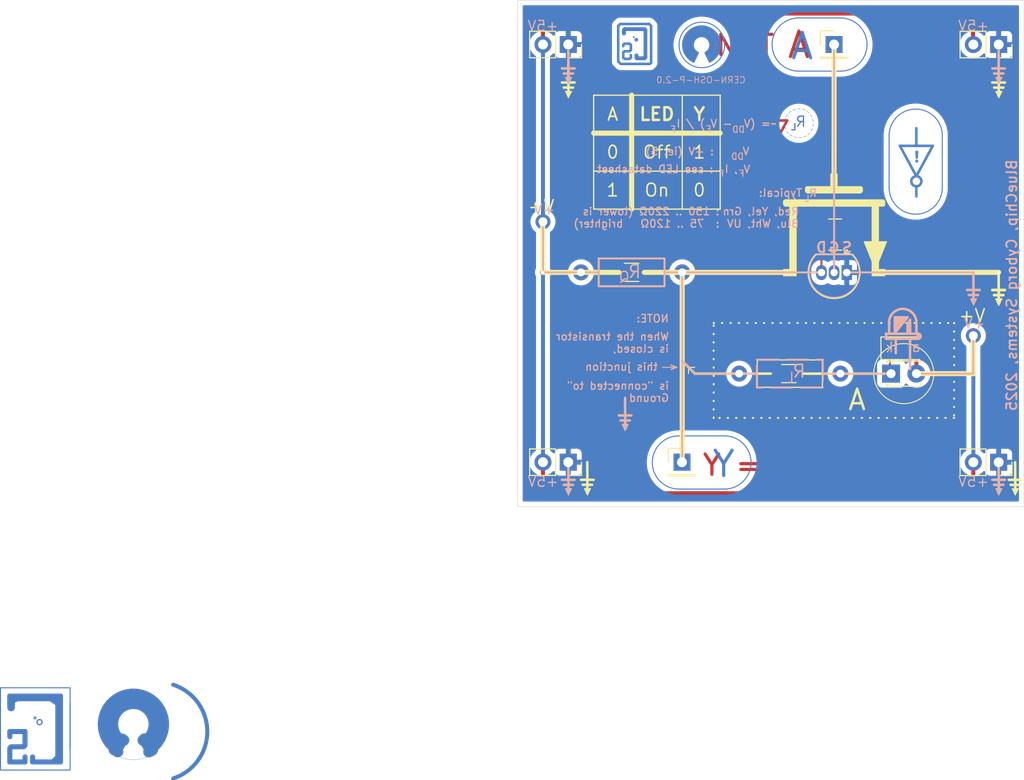
<source format=kicad_pcb>
(kicad_pcb (version 20241229) (generator "pcbnew") (generator_version "9.0")
  (layers (0 "F.Cu" signal) (2 "B.Cu" signal) (13 "F.Paste" user) (15 "B.Paste" user) (5 "F.SilkS" user "F.Silkscreen") (7 "B.SilkS" user "B.Silkscreen") (1 "F.Mask" user) (3 "B.Mask" user) (25 "Edge.Cuts" user))
  (net 0 "")
  (net 1 "Net-(A1-Pin_1)")
  (net 2 "GNDREF")
  (net 3 "VDD")
  (net 4 "Net-(D1-K)")
  (net 5 "Net-(Q13-D)")
  (footprint "Connector_PinHeader_2.54mm:PinHeader_1x01_P2.54mm_Vertical" (layer "F.Cu") (at 233.679705 106.68329)
    (property "Reference" "A1" (hide yes))
    (property "Value" "Conn_01x01_Pin" (hide yes))
    (pad "1" thru_hole rect (at 0 0) (size 1.7 1.7) (drill 1) (layers "*.Cu" "*.Mask") (net 1 "Net-(A1-Pin_1)"))
  )
  (footprint "Package_TO_SOT_THT:TO-92_Inline" (layer "F.Cu") (at 234.949705 129.561263 180)
    (property "Reference" "Q3" (hide yes))
    (property "Value" "2N7000" (hide yes))
    (pad "1" thru_hole rect (at 0 0 180) (size 1.05 1.5) (drill 0.75) (layers "*.Cu" "*.Mask") (net 2 "GNDREF"))
    (pad "2" thru_hole oval (at 1.27 0 180) (size 1.05 1.5) (drill 0.75) (layers "*.Cu" "*.Mask") (net 1 "Net-(A1-Pin_1)"))
    (pad "3" thru_hole oval (at 2.54 0 180) (size 1.05 1.5) (drill 0.75) (layers "*.Cu" "*.Mask") (net 5 "Net-(Q13-D)"))
  )
  (footprint "Connector_PinSocket_2.54mm:PinSocket_1x02_P2.54mm_Vertical" (layer "F.Cu") (at 207.009705 106.68 -90)
    (property "Reference" "J1" (hide yes))
    (property "Value" "Conn_01x02_Pin" (hide yes))
    (pad "1" thru_hole rect (at 0 0 270) (size 1.7 1.7) (drill 1) (layers "*.Cu" "*.Mask") (net 2 "GNDREF"))
    (pad "2" thru_hole circle (at 0 2.54 270) (size 1.7 1.7) (drill 1) (layers "*.Cu" "*.Mask") (net 3 "VDD"))
  )
  (footprint "Resistor_THT:R_Axial_DIN0207_L6.3mm_D2.5mm_P10.16mm_Horizontal" (layer "F.Cu") (at 208.279705 129.54)
    (property "Reference" "R5" (hide yes))
    (property "Value" "R" (hide yes))
    (pad "1" thru_hole circle (at 0 0) (size 1.6 1.6) (drill 0.8) (layers "*.Cu" "*.Mask") (net 3 "VDD"))
    (pad "2" thru_hole oval (at 10.16 0) (size 1.6 1.6) (drill 0.8) (layers "*.Cu" "*.Mask") (net 5 "Net-(Q13-D)"))
  )
  (footprint "Connector_PinSocket_2.54mm:PinSocket_1x02_P2.54mm_Vertical" (layer "F.Cu") (at 250.192428 148.59329 -90)
    (property "Reference" "J3" (hide yes))
    (property "Value" "Conn_01x02_Pin" (hide yes))
    (pad "1" thru_hole rect (at 0 0 270) (size 1.7 1.7) (drill 1) (layers "*.Cu" "*.Mask") (net 2 "GNDREF"))
    (pad "2" thru_hole circle (at 0 2.54 270) (size 1.7 1.7) (drill 1) (layers "*.Cu" "*.Mask") (net 3 "VDD"))
  )
  (footprint "Connector_PinSocket_2.54mm:PinSocket_1x02_P2.54mm_Vertical" (layer "F.Cu") (at 250.192428 106.68329 -90)
    (property "Reference" "J4" (hide yes))
    (property "Value" "Conn_01x02_Pin" (hide yes))
    (pad "1" thru_hole rect (at 0 0 270) (size 1.7 1.7) (drill 1) (layers "*.Cu" "*.Mask") (net 2 "GNDREF"))
    (pad "2" thru_hole circle (at 0 2.54 270) (size 1.7 1.7) (drill 1) (layers "*.Cu" "*.Mask") (net 3 "VDD"))
  )
  (footprint "LED_SMD:LED_1206_3216Metric" (layer "F.Cu") (at 240.667428 137.16)
    (property "Reference" "D11" (hide yes))
    (property "Value" "LED" (hide yes))
    (pad "1" smd roundrect (at -1.4 0) (size 1.25 1.75) (layers "F.Cu" "F.Mask" "F.Paste") (roundrect_rratio 0.2) (net 4 "Net-(D1-K)"))
    (pad "2" smd roundrect (at 1.4 0) (size 1.25 1.75) (layers "F.Cu" "F.Mask" "F.Paste") (roundrect_rratio 0.2) (net 3 "VDD"))
  )
  (footprint "Resistor_SMD:R_1206_3216Metric" (layer "F.Cu") (at 229.141178 139.7)
    (property "Reference" "R13" (hide yes))
    (property "Value" "R" (hide yes))
    (pad "1" smd roundrect (at -1.4625 0) (size 1.125 1.75) (layers "F.Cu" "F.Mask" "F.Paste") (roundrect_rratio 0.222222) (net 5 "Net-(Q13-D)"))
    (pad "2" smd roundrect (at 1.4625 0) (size 1.125 1.75) (layers "F.Cu" "F.Mask" "F.Paste") (roundrect_rratio 0.222222) (net 4 "Net-(D1-K)"))
  )
  (footprint "Connector_PinSocket_2.54mm:PinSocket_1x02_P2.54mm_Vertical" (layer "F.Cu") (at 207.009705 148.58671 -90)
    (property "Reference" "J2" (hide yes))
    (property "Value" "Conn_01x02_Pin" (hide yes))
    (pad "1" thru_hole rect (at 0 0 270) (size 1.7 1.7) (drill 1) (layers "*.Cu" "*.Mask") (net 2 "GNDREF"))
    (pad "2" thru_hole circle (at 0 2.54 270) (size 1.7 1.7) (drill 1) (layers "*.Cu" "*.Mask") (net 3 "VDD"))
  )
  (footprint "LED_THT:LED_D1.8mm_W3.3mm_H2.4mm" (layer "F.Cu") (at 239.397428 139.70329)
    (property "Reference" "D1" (hide yes))
    (property "Value" "LED" (hide yes))
    (pad "1" thru_hole rect (at 0 0) (size 1.8 1.8) (drill 0.9) (layers "*.Cu" "*.Mask") (net 4 "Net-(D1-K)"))
    (pad "2" thru_hole circle (at 2.54 0) (size 1.8 1.8) (drill 0.9) (layers "*.Cu" "*.Mask") (net 3 "VDD"))
  )
  (footprint "Connector_PinHeader_2.54mm:PinHeader_1x01_P2.54mm_Vertical" (layer "F.Cu") (at 218.416284 148.58671)
    (property "Reference" "Y1" (hide yes))
    (property "Value" "Conn_01x01_Pin" (hide yes))
    (pad "1" thru_hole rect (at 0 0) (size 1.7 1.7) (drill 1) (layers "*.Cu" "*.Mask") (net 5 "Net-(Q13-D)"))
  )
  (footprint "Resistor_THT:R_Axial_DIN0207_L6.3mm_D2.5mm_P10.16mm_Horizontal" (layer "F.Cu") (at 224.157428 139.7)
    (property "Reference" "R3" (hide yes))
    (property "Value" "R" (hide yes))
    (pad "1" thru_hole circle (at 0 0) (size 1.6 1.6) (drill 0.8) (layers "*.Cu" "*.Mask") (net 5 "Net-(Q13-D)"))
    (pad "2" thru_hole oval (at 10.16 0) (size 1.6 1.6) (drill 0.8) (layers "*.Cu" "*.Mask") (net 4 "Net-(D1-K)"))
  )
  (footprint "Resistor_SMD:R_1206_3216Metric" (layer "F.Cu") (at 213.359705 129.54)
    (property "Reference" "R15" (hide yes))
    (property "Value" "R" (hide yes))
    (pad "1" smd roundrect (at -1.4625 0) (size 1.125 1.75) (layers "F.Cu" "F.Mask" "F.Paste") (roundrect_rratio 0.222222) (net 3 "VDD"))
    (pad "2" smd roundrect (at 1.4625 0) (size 1.125 1.75) (layers "F.Cu" "F.Mask" "F.Paste") (roundrect_rratio 0.222222) (net 5 "Net-(Q13-D)"))
  )
  (footprint "Package_TO_SOT_SMD:SOT-23" (layer "F.Cu") (at 233.791201 125.751263 180)
    (property "Reference" "Q13" (hide yes))
    (property "Value" "2N7000" (hide yes))
    (pad "1" smd roundrect (at -0.9375 -0.95 180) (size 1.475 0.6) (layers "F.Cu" "F.Mask" "F.Paste") (net 2 "GNDREF"))
    (pad "2" smd roundrect (at -0.9375 0.95 180) (size 1.475 0.6) (layers "F.Cu" "F.Mask" "F.Paste") (net 1 "Net-(A1-Pin_1)"))
    (pad "3" smd roundrect (at 0.9375 0 180) (size 1.475 0.6) (layers "F.Cu" "F.Mask" "F.Paste") (net 5 "Net-(Q13-D)"))
  )
  (gr_line (start 227.324715 118.364) (end 227.329705 119.38) (stroke (width 0.254)) (layer "F.Cu"))
  (gr_line (start 225.673715 114.3) (end 227.324715 117.348) (stroke (width 0.254)) (layer "F.Cu"))
  (gr_line (start 227.324715 114.28961) (end 227.324715 112.532389) (stroke (width 0.254)) (layer "F.Cu"))
  (gr_circle (center 227.324715 117.856) (end 227.832715 117.856) (stroke (width 0.254)) (fill no) (layer "F.Cu"))
  (gr_line (start 227.324715 117.348) (end 228.975715 114.3) (stroke (width 0.254)) (layer "F.Cu"))
  (gr_line (start 156.057305 172.313602) (end 150.977305 172.313602) (stroke (width 0.508)) (layer "B.Cu"))
  (gr_circle (center 165.127148 177.560072) (end 165.177948 177.585472) (stroke (width 0.508)) (fill no) (layer "B.Cu"))
  (gr_arc (start 218.108487 151.28243) (mid 215.44148 148.61541) (end 218.108487 145.94843) (stroke (width 0.1)) (layer "B.Cu"))
  (gr_arc (start 234.317359 104.01628) (mid 236.984438 106.68329) (end 234.317359 109.35028) (stroke (width 0.1)) (layer "B.Cu"))
  (gr_arc (start 161.896727 178.007056) (mid 163.386724 171.420328) (end 164.822532 178.019076) (stroke (width 0.2)) (layer "B.Cu"))
  (gr_circle (center 164.804788 177.926182) (end 164.804788 177.926182) (stroke (width 0.254)) (fill no) (layer "B.Cu"))
  (gr_line (start 150.977305 175.615602) (end 150.977305 176.123602) (stroke (width 0.508)) (layer "B.Cu"))
  (gr_line (start 152.501305 175.615602) (end 152.501305 177.012602) (stroke (width 0.508)) (layer "B.Cu"))
  (gr_line (start 156.057305 172.059602) (end 156.057305 178.663602) (stroke (width 0.508)) (layer "B.Cu"))
  (gr_circle (center 230.141952 114.582462) (end 228.722925 114.870422) (stroke (width 0.0254) (type dash_dot)) (fill no) (layer "B.Cu"))
  (gr_arc (start 219.647948 108.119451) (mid 220.374958 105.144871) (end 221.123338 108.114159) (stroke (width 0.127)) (layer "B.Cu"))
  (gr_arc (start 219.571748 108.195651) (mid 220.440384 105.041296) (end 221.093542 108.247232) (stroke (width 0.127)) (layer "B.Cu"))
  (gr_circle (center 161.462074 177.443057) (end 161.512874 177.468457) (stroke (width 0.508)) (fill no) (layer "B.Cu"))
  (gr_line (start 240.281438 116.84329) (end 241.932438 119.89129) (stroke (width 0.254)) (layer "B.Cu"))
  (gr_circle (center 164.353549 176.497186) (end 164.404349 176.522586) (stroke (width 0.508)) (fill no) (layer "B.Cu"))
  (gr_circle (center 153.959711 174.666391) (end 154.213711 174.666391) (stroke (width 0.127)) (fill no) (layer "B.Cu"))
  (gr_circle (center 153.504695 174.247012) (end 153.606295 174.247012) (stroke (width 0.1016)) (fill no) (layer "B.Cu"))
  (gr_line (start 156.057305 172.059602) (end 150.977305 172.059602) (stroke (width 0.508)) (layer "B.Cu"))
  (gr_arc (start 219.694749 107.912889) (mid 220.405894 105.35096) (end 221.005601 107.941266) (stroke (width 0.127)) (layer "B.Cu"))
  (gr_arc (start 167.364518 170.916635) (mid 170.789309 175.615604) (end 167.364535 180.314581) (stroke (width 0.4)) (layer "B.Cu"))
  (gr_circle (center 164.490105 176.3522) (end 164.540905 176.3776) (stroke (width 0.508)) (fill no) (layer "B.Cu"))
  (gr_line (start 239.201938 115.82729) (end 239.201938 121.03429) (stroke (width 0.1)) (layer "B.Cu"))
  (gr_arc (start 219.597148 108.449651) (mid 220.377424 104.824248) (end 221.18489 108.443694) (stroke (width 0.127)) (layer "B.Cu"))
  (gr_line (start 220.019082 107.511864) (end 219.590261 108.41138) (stroke (width 0.2)) (layer "B.Cu"))
  (gr_arc (start 239.201938 115.82729) (mid 241.868938 113.16029) (end 244.535938 115.82729) (stroke (width 0.1)) (layer "B.Cu"))
  (gr_arc (start 219.825748 107.713051) (mid 220.348717 105.587733) (end 220.987341 107.68117) (stroke (width 0.127)) (layer "B.Cu"))
  (gr_arc (start 161.566984 176.665532) (mid 163.38526 172.339042) (end 165.159979 176.683587) (stroke (width 2.032)) (layer "B.Cu"))
  (gr_circle (center 161.671726 177.545445) (end 161.722526 177.570845) (stroke (width 0.508)) (fill no) (layer "B.Cu"))
  (gr_line (start 150.977305 178.663602) (end 150.977305 177.266602) (stroke (width 0.508)) (layer "B.Cu"))
  (gr_circle (center 220.409948 106.722451) (end 218.123948 106.722451) (stroke (width 0.1)) (fill no) (layer "B.Cu"))
  (gr_line (start 151.104305 172.694602) (end 151.104305 173.202602) (stroke (width 0.762)) (layer "B.Cu"))
  (gr_arc (start 219.901948 107.484451) (mid 220.369233 105.825006) (end 220.862345 107.476994) (stroke (width 0.127)) (layer "B.Cu"))
  (gr_circle (center 241.932438 120.39929) (end 242.440438 120.39929) (stroke (width 0.254)) (fill no) (layer "B.Cu"))
  (gr_line (start 230.126359 109.35028) (end 234.317359 109.35028) (stroke (width 0.1)) (layer "B.Cu"))
  (gr_line (start 234.317359 104.01628) (end 229.999359 104.01628) (stroke (width 0.1)) (layer "B.Cu"))
  (gr_line (start 164.236105 176.5554) (end 164.845705 177.7238) (stroke (width 0.508)) (layer "B.Cu"))
  (gr_arc (start 219.749548 107.789251) (mid 220.281929 105.487133) (end 221.170261 107.676616) (stroke (width 0.127)) (layer "B.Cu"))
  (gr_line (start 220.775219 107.507139) (end 221.197348 108.398851) (stroke (width 0.2)) (layer "B.Cu"))
  (gr_line (start 157.026652 172.745442) (end 157.026652 177.317442) (stroke (width 0.1)) (layer "B.Cu"))
  (gr_arc (start 219.749548 107.832537) (mid 220.320973 105.388095) (end 220.991718 107.807131) (stroke (width 0.127)) (layer "B.Cu"))
  (gr_line (start 222.680487 151.28243) (end 218.108487 151.28243) (stroke (width 0.1)) (layer "B.Cu"))
  (gr_arc (start 222.680487 145.94843) (mid 225.34748 148.61541) (end 222.680487 151.28243) (stroke (width 0.1)) (layer "B.Cu"))
  (gr_circle (center 213.5797 105.936222) (end 213.6559 105.936222) (stroke (width 0.0254)) (fill yes) (layer "B.Cu"))
  (gr_line (start 155.041305 172.313602) (end 155.803305 172.821602) (stroke (width 0.508)) (layer "B.Cu"))
  (gr_line (start 244.535938 121.03429) (end 244.535938 115.82729) (stroke (width 0.1)) (layer "B.Cu"))
  (gr_circle (center 164.921905 177.6476) (end 164.972705 177.673) (stroke (width 0.508)) (fill no) (layer "B.Cu"))
  (gr_line (start 152.374305 177.139602) (end 151.104305 177.139602) (stroke (width 0.508)) (layer "B.Cu"))
  (gr_circle (center 162.261677 176.380171) (end 162.312477 176.405571) (stroke (width 0.508)) (fill no) (layer "B.Cu"))
  (gr_line (start 155.295305 178.663602) (end 155.803305 178.155602) (stroke (width 0.508)) (layer "B.Cu"))
  (gr_arc (start 230.126359 109.35028) (mid 227.459438 106.68329) (end 230.126359 104.01628) (stroke (width 0.1)) (layer "B.Cu"))
  (gr_line (start 218.108487 145.94843) (end 222.680487 145.94843) (stroke (width 0.1)) (layer "B.Cu"))
  (gr_circle (center 162.398195 176.49231) (end 162.448995 176.51771) (stroke (width 0.508)) (fill no) (layer "B.Cu"))
  (gr_line (start 150.977305 172.059602) (end 150.977305 172.821602) (stroke (width 0.508)) (layer "B.Cu"))
  (gr_line (start 155.803305 178.155602) (end 155.803305 172.567602) (stroke (width 0.508)) (layer "B.Cu"))
  (gr_line (start 156.057305 178.663602) (end 153.263305 178.663602) (stroke (width 0.508)) (layer "B.Cu"))
  (gr_rect (start 150.041652 171.221442) (end 157.026652 179.476442) (stroke (width 0.1)) (fill no) (layer "B.Cu"))
  (gr_line (start 151.231305 172.313602) (end 151.231305 172.821602) (stroke (width 0.508)) (layer "B.Cu"))
  (gr_line (start 150.977305 175.615602) (end 152.501305 175.615602) (stroke (width 0.508)) (layer "B.Cu"))
  (gr_line (start 241.932438 119.89129) (end 243.583438 116.84329) (stroke (width 0.254)) (layer "B.Cu"))
  (gr_circle (center 165.286419 177.452808) (end 165.337219 177.478208) (stroke (width 0.508)) (fill no) (layer "B.Cu"))
  (gr_arc (start 219.901948 107.67653) (mid 220.393077 105.655538) (end 220.833858 107.688076) (stroke (width 0.127)) (layer "B.Cu"))
  (gr_line (start 152.501305 178.663602) (end 150.977305 178.663602) (stroke (width 0.508)) (layer "B.Cu"))
  (gr_line (start 152.501305 178.155602) (end 152.501305 178.663602) (stroke (width 0.508)) (layer "B.Cu"))
  (gr_line (start 153.263305 178.155602) (end 153.263305 178.663602) (stroke (width 0.508)) (layer "B.Cu"))
  (gr_arc (start 219.698748 108.043251) (mid 220.38219 105.234755) (end 221.069813 108.042227) (stroke (width 0.127)) (layer "B.Cu"))
  (gr_line (start 151.739305 172.313602) (end 151.231305 172.567602) (stroke (width 0.508)) (layer "B.Cu"))
  (gr_line (start 241.932438 116.8329) (end 241.932438 115.075679) (stroke (width 0.254)) (layer "B.Cu"))
  (gr_arc (start 219.901948 107.607873) (mid 220.355926 105.717469) (end 220.892548 107.58605) (stroke (width 0.127)) (layer "B.Cu"))
  (gr_circle (center 161.803368 177.638082) (end 161.854168 177.663482) (stroke (width 0.508)) (fill no) (layer "B.Cu"))
  (gr_arc (start 220.032642 107.484895) (mid 220.346564 105.883464) (end 220.803854 107.450011) (stroke (width 0.127)) (layer "B.Cu"))
  (gr_arc (start 244.535938 121.03429) (mid 241.868938 123.70129) (end 239.201938 121.03429) (stroke (width 0.1)) (layer "B.Cu"))
  (gr_arc (start 219.546348 108.297251) (mid 220.418256 104.942357) (end 221.133901 108.334015) (stroke (width 0.127)) (layer "B.Cu"))
  (gr_line (start 162.559705 176.53) (end 161.873905 177.7492) (stroke (width 0.508)) (layer "B.Cu"))
  (gr_circle (center 213.83195 106.197909) (end 213.83195 106.070909) (stroke (width 0.127)) (fill yes) (layer "B.Cu"))
  (gr_line (start 155.803305 172.059602) (end 155.803305 178.663602) (stroke (width 0.508)) (layer "B.Cu"))
  (gr_circle (center 161.927419 177.912173) (end 161.927419 177.912173) (stroke (width 0.254)) (fill no) (layer "B.Cu"))
  (gr_line (start 241.932438 120.90729) (end 241.937428 121.92329) (stroke (width 0.254)) (layer "B.Cu"))
  (gr_circle (center 163.385269 174.879032) (end 159.825551 174.888783) (stroke (width 0.0254)) (fill no) (layers "B.Cu" "B.Mask"))
  (gr_line (start 251.208723 150.35578) (end 252.478723 150.35578) (stroke (width 0.254)) (layer "F.SilkS"))
  (gr_line (start 249.912175 111.38229) (end 250.517886 111.38229) (stroke (width 0.1)) (layer "F.SilkS"))
  (gr_line (start 208.933955 151.65022) (end 208.915 148.58671) (stroke (width 0.254)) (layer "F.SilkS"))
  (gr_line (start 251.855379 151.87978) (end 251.56347 151.24478) (stroke (width 0.1)) (layer "F.SilkS"))
  (gr_line (start 206.554979 110.998) (end 207.486325 110.998) (stroke (width 0.254)) (layer "F.SilkS"))
  (gr_line (start 247.652428 139.70329) (end 247.637428 135.89329) (stroke (width 0.508)) (layer "F.SilkS"))
  (gr_line (start 219.074705 139.065) (end 219.709705 139.065) (stroke (width 0.1)) (layer "F.SilkS"))
  (gr_line (start 209.240458 151.2382) (end 208.926656 151.8732) (stroke (width 0.1)) (layer "F.SilkS"))
  (gr_poly (pts (xy 230.968861 121.576458) (xy 230.810111 121.417708) (xy 230.810111 121.06052) (xy 230.929173 120.941458) (xy 233.350111 120.941458) (xy 233.350111 119.671458) (xy 233.985111 119.671458) (xy 233.985111 120.941458) (xy 236.406049 120.941458) (xy 236.525111 121.06052) (xy 236.525111 121.417708) (xy 236.366361 121.576458)) (stroke (width 0.1)) (fill yes) (layer "F.SilkS"))
  (gr_line (start 251.56347 151.24478) (end 252.169181 151.24478) (stroke (width 0.1)) (layer "F.SilkS"))
  (gr_line (start 238.130448 129.54) (end 250.192428 129.54) (stroke (width 0.508)) (layer "F.SilkS"))
  (gr_line (start 249.557428 131.30249) (end 250.827428 131.30249) (stroke (width 0.254)) (layer "F.SilkS"))
  (gr_line (start 250.095631 132.400656) (end 250.319428 132.397412) (stroke (width 0.1)) (layer "F.SilkS"))
  (gr_line (start 250.029681 111.483343) (end 250.376729 111.483343) (stroke (width 0.2032)) (layer "F.SilkS"))
  (gr_line (start 251.746926 151.453946) (end 251.970723 151.450702) (stroke (width 0.1)) (layer "F.SilkS"))
  (gr_line (start 249.54795 131.323753) (end 250.81795 131.323753) (stroke (width 0.254)) (layer "F.SilkS"))
  (gr_line (start 206.846958 111.480053) (end 207.194006 111.480053) (stroke (width 0.2032)) (layer "F.SilkS"))
  (gr_line (start 251.862678 151.6568) (end 251.843723 148.59329) (stroke (width 0.254)) (layer "F.SilkS"))
  (gr_line (start 250.211383 111.79431) (end 250.192428 108.7308) (stroke (width 0.254)) (layer "F.SilkS"))
  (gr_poly (pts (xy 238.948608 126.463134) (xy 237.821305 129.249432) (xy 236.696151 126.463036)) (stroke (width 0.1)) (fill yes) (layer "F.SilkS"))
  (gr_line (start 219.709705 139.7) (end 218.439705 138.43) (stroke (width 0.254)) (layer "F.SilkS"))
  (gr_line (start 208.752253 151.339253) (end 209.099301 151.339253) (stroke (width 0.2032)) (layer "F.SilkS"))
  (gr_line (start 250.194606 132.847753) (end 249.902697 132.212753) (stroke (width 0.1)) (layer "F.SilkS"))
  (gr_line (start 242.377428 139.7) (end 247.652428 139.70329) (stroke (width 0.508)) (layer "F.SilkS"))
  (gr_line (start 250.086153 132.421919) (end 250.30995 132.418675) (stroke (width 0.1)) (layer "F.SilkS"))
  (gr_circle (center 240.667428 139.7) (end 243.651099 140.121237) (stroke (width 0.1)) (fill no) (layer "F.SilkS"))
  (gr_line (start 249.737702 111.00129) (end 250.669048 111.00129) (stroke (width 0.254)) (layer "F.SilkS"))
  (gr_line (start 208.634747 151.2382) (end 209.240458 151.2382) (stroke (width 0.1)) (layer "F.SilkS"))
  (gr_line (start 233.676981 120.036263) (end 233.682428 106.68329) (stroke (width 0.508)) (layer "F.SilkS"))
  (gr_line (start 208.926656 151.8732) (end 208.634747 151.2382) (stroke (width 0.1)) (layer "F.SilkS"))
  (gr_line (start 250.201905 132.624773) (end 250.18295 129.561263) (stroke (width 0.254)) (layer "F.SilkS"))
  (gr_line (start 212.089705 129.54329) (end 204.469705 129.54) (stroke (width 0.508)) (layer "F.SilkS"))
  (gr_poly (pts (xy 228.605448 129.884432) (xy 228.605448 129.249432) (xy 229.240448 129.249432) (xy 229.240448 122.899432) (xy 228.764198 122.899432) (xy 228.605448 122.740682) (xy 228.605448 122.383494) (xy 228.72451 122.264432) (xy 238.606698 122.264432) (xy 238.765448 122.423182) (xy 238.765448 122.78037) (xy 238.646386 122.899432) (xy 238.130448 122.899432) (xy 238.130448 129.249432) (xy 238.765448 129.249432) (xy 238.765448 129.884432) (xy 237.495448 129.884432) (xy 237.495448 122.899432) (xy 229.875448 122.899432) (xy 229.875448 129.884432)) (stroke (width 0.1)) (fill yes) (layer "F.SilkS"))
  (gr_line (start 250.517886 111.38229) (end 250.204084 112.01729) (stroke (width 0.1)) (layer "F.SilkS"))
  (gr_line (start 250.095631 111.591456) (end 250.319428 111.588212) (stroke (width 0.1)) (layer "F.SilkS"))
  (gr_line (start 214.632428 129.54) (end 229.240448 129.54329) (stroke (width 0.508)) (layer "F.SilkS"))
  (gr_line (start 206.912908 111.588166) (end 207.136705 111.584922) (stroke (width 0.1)) (layer "F.SilkS"))
  (gr_line (start 250.029681 132.292543) (end 250.376729 132.292543) (stroke (width 0.2032)) (layer "F.SilkS"))
  (gr_line (start 250.204084 112.01729) (end 249.912175 111.38229) (stroke (width 0.1)) (layer "F.SilkS"))
  (gr_line (start 219.074705 139.7) (end 219.074705 139.065) (stroke (width 0.1)) (layer "F.SilkS"))
  (gr_line (start 251.388997 150.86378) (end 252.320343 150.86378) (stroke (width 0.254)) (layer "F.SilkS"))
  (gr_line (start 250.020203 132.313806) (end 250.367251 132.313806) (stroke (width 0.2032)) (layer "F.SilkS"))
  (gr_line (start 213.367679 111.76329) (end 213.367679 123.19329) (stroke (width 0.508)) (layer "F.SilkS"))
  (gr_line (start 252.169181 151.24478) (end 251.855379 151.87978) (stroke (width 0.1)) (layer "F.SilkS"))
  (gr_line (start 207.021361 112.014) (end 206.729452 111.379) (stroke (width 0.1)) (layer "F.SilkS"))
  (gr_line (start 250.204084 132.82649) (end 249.912175 132.19149) (stroke (width 0.1)) (layer "F.SilkS"))
  (gr_line (start 208.460274 150.8572) (end 209.39162 150.8572) (stroke (width 0.254)) (layer "F.SilkS"))
  (gr_line (start 250.211383 132.60351) (end 250.192428 129.54) (stroke (width 0.254)) (layer "F.SilkS"))
  (gr_line (start 249.912175 132.19149) (end 250.517886 132.19149) (stroke (width 0.1)) (layer "F.SilkS"))
  (gr_line (start 238.762428 139.701645) (end 230.507428 139.704935) (stroke (width 0.254)) (layer "F.SilkS"))
  (gr_line (start 208.28 150.3492) (end 209.55 150.3492) (stroke (width 0.254)) (layer "F.SilkS"))
  (gr_rect (start 221.595073 134.62) (end 245.725073 144.145) (stroke (width 0.2) (type dot)) (fill no) (layer "F.SilkS"))
  (gr_line (start 249.737702 131.81049) (end 250.669048 131.81049) (stroke (width 0.254)) (layer "F.SilkS"))
  (gr_line (start 209.557679 115.57329) (end 222.249705 115.57329) (stroke (width 0.508)) (layer "F.SilkS"))
  (gr_line (start 227.332428 139.7) (end 219.712428 139.70329) (stroke (width 0.254)) (layer "F.SilkS"))
  (gr_line (start 250.517886 132.19149) (end 250.204084 132.82649) (stroke (width 0.1)) (layer "F.SilkS"))
  (gr_line (start 204.469705 129.54) (end 204.439705 124.46) (stroke (width 0.508)) (layer "F.SilkS"))
  (gr_line (start 206.374705 110.49) (end 207.644705 110.49) (stroke (width 0.254)) (layer "F.SilkS"))
  (gr_line (start 249.557428 110.49329) (end 250.827428 110.49329) (stroke (width 0.254)) (layer "F.SilkS"))
  (gr_line (start 218.439705 129.54) (end 218.440923 148.58671) (stroke (width 0.508)) (layer "F.SilkS"))
  (gr_line (start 249.902697 132.212753) (end 250.508408 132.212753) (stroke (width 0.1)) (layer "F.SilkS"))
  (gr_line (start 208.818203 151.447366) (end 209.042 151.444122) (stroke (width 0.1)) (layer "F.SilkS"))
  (gr_line (start 207.335163 111.379) (end 207.021361 112.014) (stroke (width 0.1)) (layer "F.SilkS"))
  (gr_line (start 249.728224 131.831753) (end 250.65957 131.831753) (stroke (width 0.254)) (layer "F.SilkS"))
  (gr_line (start 207.02866 111.79102) (end 207.009705 108.72751) (stroke (width 0.254)) (layer "F.SilkS"))
  (gr_line (start 251.680976 151.345833) (end 252.028024 151.345833) (stroke (width 0.2032)) (layer "F.SilkS"))
  (gr_line (start 206.729452 111.379) (end 207.335163 111.379) (stroke (width 0.1)) (layer "F.SilkS"))
  (gr_line (start 250.508408 132.212753) (end 250.194606 132.847753) (stroke (width 0.1)) (layer "F.SilkS"))
  (gr_line (start 206.915631 110.178946) (end 207.139428 110.175702) (stroke (width 0.1)) (layer "B.SilkS"))
  (gr_line (start 250.204084 110.60478) (end 249.912175 109.96978) (stroke (width 0.1)) (layer "B.SilkS"))
  (gr_line (start 212.250099 144.40229) (end 213.181445 144.40229) (stroke (width 0.254)) (layer "B.SilkS"))
  (gr_line (start 207.024084 110.60478) (end 206.732175 109.96978) (stroke (width 0.1)) (layer "B.SilkS"))
  (gr_line (start 250.20866 151.65351) (end 250.189705 148.59) (stroke (width 0.254)) (layer "B.SilkS"))
  (gr_line (start 206.377428 150.35578) (end 207.647428 150.35578) (stroke (width 0.254)) (layer "B.SilkS"))
  (gr_line (start 212.716481 145.41829) (end 212.424572 144.78329) (stroke (width 0.1)) (layer "B.SilkS"))
  (gr_line (start 206.377428 109.08078) (end 207.647428 109.08078) (stroke (width 0.254)) (layer "B.SilkS"))
  (gr_line (start 247.489681 132.295833) (end 247.836729 132.295833) (stroke (width 0.2032)) (layer "B.SilkS"))
  (gr_line (start 247.652428 129.54329) (end 234.952428 129.54329) (stroke (width 0.2)) (layer "B.SilkS"))
  (gr_line (start 212.069825 143.89429) (end 213.339825 143.89429) (stroke (width 0.254)) (layer "B.SilkS"))
  (gr_line (start 249.737702 109.58878) (end 250.669048 109.58878) (stroke (width 0.254)) (layer "B.SilkS"))
  (gr_line (start 250.029681 110.070833) (end 250.376729 110.070833) (stroke (width 0.2032)) (layer "B.SilkS"))
  (gr_line (start 207.337886 109.96978) (end 207.024084 110.60478) (stroke (width 0.1)) (layer "B.SilkS"))
  (gr_line (start 240.690949 134.17879) (end 239.778599 135.32179) (stroke (width 0.254)) (layer "B.SilkS"))
  (gr_line (start 249.909452 151.24149) (end 250.515163 151.24149) (stroke (width 0.1)) (layer "B.SilkS"))
  (gr_line (start 242.193716 135.855137) (end 242.193716 135.982137) (stroke (width 0.381)) (layer "B.SilkS"))
  (gr_line (start 247.017428 131.30578) (end 248.287428 131.30578) (stroke (width 0.254)) (layer "B.SilkS"))
  (gr_line (start 206.732175 151.24478) (end 207.337886 151.24478) (stroke (width 0.1)) (layer "B.SilkS"))
  (gr_line (start 250.515163 151.24149) (end 250.201361 151.87649) (stroke (width 0.1)) (layer "B.SilkS"))
  (gr_line (start 210.060428 129.54329) (end 204.472428 129.54329) (stroke (width 0.2)) (layer "B.SilkS"))
  (gr_line (start 231.904428 127.76529) (end 235.460427 127.76529) (stroke (width 0.1)) (layer "B.SilkS"))
  (gr_arc (start 235.460429 127.76529) (mid 233.682429 132.057762) (end 231.904429 127.76529) (stroke (width 0.1)) (layer "B.SilkS"))
  (gr_line (start 212.608028 144.992456) (end 212.831825 144.989212) (stroke (width 0.1)) (layer "B.SilkS"))
  (gr_rect (start 225.935428 138.303) (end 232.539428 141.097) (stroke (width 0.2) (type dash)) (fill no) (layer "B.SilkS"))
  (gr_line (start 247.664084 132.82978) (end 247.372175 132.19478) (stroke (width 0.1)) (layer "B.SilkS"))
  (gr_line (start 249.554705 150.35249) (end 250.824705 150.35249) (stroke (width 0.254)) (layer "B.SilkS"))
  (gr_line (start 241.93804 134.612303) (end 241.942065 135.617962) (stroke (width 0.254)) (layer "B.SilkS"))
  (gr_line (start 240.032599 134.17879) (end 239.778599 134.43279) (stroke (width 0.254)) (layer "B.SilkS"))
  (gr_line (start 247.671383 132.6068) (end 247.652428 129.54329) (stroke (width 0.254)) (layer "B.SilkS"))
  (gr_line (start 232.412428 129.54329) (end 216.664428 129.54329) (stroke (width 0.2)) (layer "B.SilkS"))
  (gr_line (start 240.375506 134.05179) (end 239.778599 134.825675) (stroke (width 0.254)) (layer "B.SilkS"))
  (gr_line (start 206.849681 151.345833) (end 207.196729 151.345833) (stroke (width 0.2032)) (layer "B.SilkS"))
  (gr_line (start 217.904868 139.064899) (end 216.439988 139.06829) (stroke (width 0.1)) (layer "B.SilkS"))
  (gr_line (start 247.652428 139.70329) (end 247.652428 136.020857) (stroke (width 0.2)) (layer "B.SilkS"))
  (gr_line (start 240.540599 134.17879) (end 239.778599 135.06779) (stroke (width 0.254)) (layer "B.SilkS"))
  (gr_line (start 250.092908 151.450656) (end 250.316705 151.447412) (stroke (width 0.1)) (layer "B.SilkS"))
  (gr_line (start 241.061786 134.632573) (end 241.048599 135.57579) (stroke (width 0.254)) (layer "B.SilkS"))
  (gr_line (start 225.935428 139.70329) (end 219.712995 139.70329) (stroke (width 0.2)) (layer "B.SilkS"))
  (gr_line (start 206.557702 150.86378) (end 207.489048 150.86378) (stroke (width 0.254)) (layer "B.SilkS"))
  (gr_line (start 212.424572 144.78329) (end 213.030283 144.78329) (stroke (width 0.1)) (layer "B.SilkS"))
  (gr_line (start 241.30277 136.379962) (end 241.302428 139.239709) (stroke (width 0.254)) (layer "B.SilkS"))
  (gr_line (start 206.557702 109.58878) (end 207.489048 109.58878) (stroke (width 0.254)) (layer "B.SilkS"))
  (gr_line (start 247.977886 132.19478) (end 247.664084 132.82978) (stroke (width 0.1)) (layer "B.SilkS"))
  (gr_line (start 249.912175 109.96978) (end 250.517886 109.96978) (stroke (width 0.1)) (layer "B.SilkS"))
  (gr_arc (start 242.098636 135.691943) (mid 242.359768 135.950968) (end 242.10002 136.211477) (stroke (width 0.254)) (layer "B.SilkS"))
  (gr_line (start 206.915631 151.453946) (end 207.139428 151.450702) (stroke (width 0.1)) (layer "B.SilkS"))
  (gr_arc (start 235.460428 127.76529) (mid 233.682428 132.057762) (end 231.904428 127.76529) (stroke (width 0.1)) (layer "B.SilkS"))
  (gr_line (start 204.472428 129.54329) (end 204.472428 124.46329) (stroke (width 0.2)) (layer "B.SilkS"))
  (gr_line (start 239.774133 134.05179) (end 239.783065 135.59956) (stroke (width 0.254)) (layer "B.SilkS"))
  (gr_line (start 212.72378 145.19531) (end 212.704825 142.1318) (stroke (width 0.254)) (layer "B.SilkS"))
  (gr_rect (start 210.060428 128.14629) (end 216.664428 130.94029) (stroke (width 0.2)) (fill no) (layer "B.SilkS"))
  (gr_line (start 247.372175 132.19478) (end 247.977886 132.19478) (stroke (width 0.1)) (layer "B.SilkS"))
  (gr_line (start 249.734979 150.86049) (end 250.666325 150.86049) (stroke (width 0.254)) (layer "B.SilkS"))
  (gr_line (start 219.709705 139.7) (end 218.439705 138.43) (stroke (width 0.2) (type dash)) (layer "B.SilkS"))
  (gr_line (start 250.026958 151.342543) (end 250.374006 151.342543) (stroke (width 0.2032)) (layer "B.SilkS"))
  (gr_line (start 207.031383 151.6568) (end 207.012428 148.59329) (stroke (width 0.254)) (layer "B.SilkS"))
  (gr_line (start 247.555631 132.403946) (end 247.779428 132.400702) (stroke (width 0.1)) (layer "B.SilkS"))
  (gr_line (start 233.682428 106.68329) (end 233.682428 129.54329) (stroke (width 0.2)) (layer "B.SilkS"))
  (gr_line (start 207.024084 151.87978) (end 206.732175 151.24478) (stroke (width 0.1)) (layer "B.SilkS"))
  (gr_line (start 239.870963 136.248114) (end 239.870621 137.649962) (stroke (width 0.254)) (layer "B.SilkS"))
  (gr_line (start 241.048599 134.05179) (end 239.905599 135.44879) (stroke (width 0.254)) (layer "B.SilkS"))
  (gr_arc (start 239.197518 134.57371) (mid 240.585696 133.204966) (end 241.934742 134.612303) (stroke (width 0.254)) (layer "B.SilkS"))
  (gr_line (start 241.187809 134.45054) (end 241.175599 135.70279) (stroke (width 0.254)) (layer "B.SilkS"))
  (gr_line (start 213.030283 144.78329) (end 212.716481 145.41829) (stroke (width 0.1)) (layer "B.SilkS"))
  (gr_line (start 250.095631 110.178946) (end 250.319428 110.175702) (stroke (width 0.1)) (layer "B.SilkS"))
  (gr_line (start 249.557428 109.08078) (end 250.827428 109.08078) (stroke (width 0.254)) (layer "B.SilkS"))
  (gr_line (start 250.201361 151.87649) (end 249.909452 151.24149) (stroke (width 0.1)) (layer "B.SilkS"))
  (gr_line (start 231.904429 127.76529) (end 235.460428 127.76529) (stroke (width 0.1)) (layer "B.SilkS"))
  (gr_line (start 206.732175 109.96978) (end 207.337886 109.96978) (stroke (width 0.1)) (layer "B.SilkS"))
  (gr_line (start 239.197518 134.577361) (end 239.20645 135.617962) (stroke (width 0.254)) (layer "B.SilkS"))
  (gr_line (start 250.517886 109.96978) (end 250.204084 110.60478) (stroke (width 0.1)) (layer "B.SilkS"))
  (gr_line (start 247.652428 139.70329) (end 242.064995 139.70329) (stroke (width 0.2)) (layer "B.SilkS"))
  (gr_line (start 239.774133 134.05179) (end 241.048599 134.05179) (stroke (width 0.254)) (layer "B.SilkS"))
  (gr_rect (start 238.889599 135.70279) (end 242.064599 136.21079) (stroke (width 0.254)) (fill no) (layer "B.SilkS"))
  (gr_line (start 241.302599 134.30579) (end 241.311531 135.57579) (stroke (width 0.254)) (layer "B.SilkS"))
  (gr_line (start 239.397428 139.70329) (end 232.539995 139.70329) (stroke (width 0.2)) (layer "B.SilkS"))
  (gr_line (start 250.211383 110.3818) (end 250.192428 107.31829) (stroke (width 0.254)) (layer "B.SilkS"))
  (gr_line (start 212.542078 144.884343) (end 212.889126 144.884343) (stroke (width 0.2032)) (layer "B.SilkS"))
  (gr_line (start 218.442428 148.59329) (end 218.442428 129.54329) (stroke (width 0.2)) (layer "B.SilkS"))
  (gr_line (start 206.849681 110.070833) (end 207.196729 110.070833) (stroke (width 0.2032)) (layer "B.SilkS"))
  (gr_line (start 207.337886 151.24478) (end 207.024084 151.87978) (stroke (width 0.1)) (layer "B.SilkS"))
  (gr_line (start 247.197702 131.81378) (end 248.129048 131.81378) (stroke (width 0.254)) (layer "B.SilkS"))
  (gr_line (start 207.031383 110.3818) (end 207.012428 107.31829) (stroke (width 0.254)) (layer "B.SilkS"))
  (gr_rect (start 201.932428 102.23829) (end 252.732428 153.03829) (stroke (width 0.05)) (fill no) (layer "Edge.Cuts"))
  (gr_text "A" (at 228.853705 108.20729 0) (layer "F.Cu") (effects (font (size 2.54 2.54) (thickness 0.3175)) (justify left bottom)))
  (gr_text "Y = ~{A}" (at 220.340739 150.065823 0) (layer "F.Cu") (effects (font (size 2.032 2.032) (thickness 0.3175)) (justify left bottom)))
  (gr_text "!" (at 226.939698 116.068609 0) (layer "F.Cu") (effects (font (size 1.016 1.016) (thickness 0.2032) (bold yes)) (justify left bottom)))
  (gr_text "NOT" (at 221.622679 107.95 0) (layer "F.Cu") (effects (font (size 2.032 2.032) (thickness 0.3175)) (justify left bottom)))
  (gr_text "A" (at 231.777359 108.33428 0) (layer "B.Cu") (effects (font (size 2.54 2.54) (thickness 0.3175)) (justify left bottom mirror)))
  (gr_text "R" (at 230.934391 115.012735 0) (layer "B.Cu") (effects (font (size 1.016 1.016) (thickness 0.127)) (justify left bottom mirror)))
  (gr_text "Y" (at 223.900705 150.25413 0) (layer "B.Cu") (effects (font (size 2.54 2.54) (thickness 0.3175)) (justify left bottom mirror)))
  (gr_text "!" (at 241.600852 118.565568 0) (layer "B.Cu") (effects (font (size 1.016 1.016) (thickness 0.2032) (bold yes)) (justify left bottom)))
  (gr_text "L" (at 229.978389 115.323739 0) (layer "B.Cu") (effects (font (size 0.635 0.635) (thickness 0.127)) (justify left bottom mirror)))
  (gr_text "+V" (at 246.098284 134.62329 0) (layer "F.SilkS") (effects (font (size 1.27 1.27) (thickness 0.15875)) (justify left bottom)))
  (gr_text "A" (at 234.952428 143.51329 0) (layer "F.SilkS") (effects (font (size 2.032 2.032) (thickness 0.254)) (justify left bottom)))
  (gr_text "+V" (at 202.857431 123.679419 0) (layer "F.SilkS") (effects (font (size 1.27 1.27) (thickness 0.15875)) (justify left bottom)))
  (gr_text "R" (at 214.407322 130.217419 0) (layer "B.SilkS") (effects (font (size 1.27 1.27) (thickness 0.15875)) (justify left bottom mirror)))
  (gr_text "~= (V  - V ) / I" (at 227.940184 115.067476 0) (layer "B.SilkS") (effects (font (size 0.762 0.762) (thickness 0.127)) (justify left bottom mirror)))
  (gr_text "+V" (at 248.922428 135.25829 0) (layer "B.SilkS") (effects (font (size 1.016 1.016) (thickness 0.127)) (justify left bottom mirror)))
  (gr_text "DD" (at 224.792428 115.57329 0) (layer "B.SilkS") (effects (font (size 0.635 0.635) (thickness 0.1016)) (justify left bottom mirror)))
  (gr_text "D" (at 233.047428 127.63829 0) (layer "B.SilkS") (effects (font (size 1.016 1.016) (thickness 0.2032) (bold yes)) (justify left bottom mirror)))
  (gr_text "BlueChip, Cyborg Systems, 2025" (at 252.097428 118.11329 90) (layer "B.SilkS") (effects (font (size 1.016 1.016) (thickness 0.1778) (bold yes)) (justify left bottom mirror)))
  (gr_text "CERN-OSH-P-2.0" (at 220.325459 110.60868 0) (layer "B.SilkS") (effects (font (size 0.635 0.635) (thickness 0.079375)) (justify bottom mirror)))
  (gr_text "S" (at 235.587428 127.63829 0) (layer "B.SilkS") (effects (font (size 1.016 1.016) (thickness 0.2032) (bold yes)) (justify left bottom mirror)))
  (gr_text "V     : +V (ie. 5)" (at 225.250011 117.857638 0) (layer "B.SilkS") (effects (font (size 0.762 0.762) (thickness 0.127)) (justify left bottom mirror)))
  (gr_text "NOTE:\n" (at 217.172428 134.62329 0) (layer "B.SilkS") (effects (font (size 0.762 0.762) (thickness 0.127)) (justify left bottom mirror)))
  (gr_text "DD" (at 224.68297 118.288562 0) (layer "B.SilkS") (effects (font (size 0.635 0.635) (thickness 0.1016)) (justify left bottom mirror)))
  (gr_text "+5V" (at 247.672058 105.39449 0) (layer "B.SilkS") (effects (font (size 1.016 1.016) (thickness 0.127)) (justify bottom mirror)))
  (gr_text "V , I  : see LED datasheet" (at 225.341741 119.634698 0) (layer "B.SilkS") (effects (font (size 0.762 0.762) (thickness 0.127)) (justify left bottom mirror)))
  (gr_text "G" (at 234.317428 127.63829 0) (layer "B.SilkS") (effects (font (size 1.016 1.016) (thickness 0.2032) (bold yes)) (justify left bottom mirror)))
  (gr_text "F" (at 217.873241 115.562342 0) (layer "B.SilkS") (effects (font (size 0.635 0.635) (thickness 0.1016)) (justify left bottom mirror)))
  (gr_text "Red, Yel, Grn\nBlu, Wht, UV" (at 230.213568 125.09829 0) (layer "B.SilkS") (effects (font (size 0.762 0.762) (thickness 0.127)) (justify left bottom mirror)))
  (gr_text "F" (at 224.748658 120.007342 0) (layer "B.SilkS") (effects (font (size 0.635 0.635) (thickness 0.1016)) (justify left bottom mirror)))
  (gr_text "F" (at 222.712315 119.996394 0) (layer "B.SilkS") (effects (font (size 0.635 0.635) (thickness 0.1016)) (justify left bottom mirror)))
  (gr_text ": 150 .. 220Ω (lower is\n:  75 .. 120Ω   brighter)" (at 222.252428 125.09829 0) (layer "B.SilkS") (effects (font (size 0.762 0.762) (thickness 0.127)) (justify left bottom mirror)))
  (gr_text "F" (at 221.442315 115.551394 0) (layer "B.SilkS") (effects (font (size 0.635 0.635) (thickness 0.1016)) (justify left bottom mirror)))
  (gr_text "R" (at 230.906281 140.205175 0) (layer "B.SilkS") (effects (font (size 1.27 1.27) (thickness 0.15875)) (justify left bottom mirror)))
  (gr_text "L" (at 231.284753 122.503538 0) (layer "B.SilkS") (effects (font (size 0.635 0.635) (thickness 0.1016)) (justify left bottom mirror)))
  (gr_text "+5V" (at 204.48988 151.13 0) (layer "B.SilkS") (effects (font (size 1.016 1.016) (thickness 0.127)) (justify bottom mirror)))
  (gr_text "Q" (at 213.235428 130.55929 0) (layer "B.SilkS") (effects (font (size 1 1) (thickness 0.127) (bold yes)) (justify left bottom mirror)))
  (gr_text "When the transistor\nis closed," (at 217.188747 137.650524 0) (layer "B.SilkS") (effects (font (size 0.762 0.762) (thickness 0.127)) (justify left bottom mirror)))
  (gr_text "+5V" (at 247.667157 151.12671 0) (layer "B.SilkS") (effects (font (size 1.016 1.016) (thickness 0.127)) (justify bottom mirror)))
  (gr_text "<  this junction\n" (at 218.160346 139.45903 0) (layer "B.SilkS") (effects (font (size 0.762 0.762) (thickness 0.127)) (justify left bottom mirror)))
  (gr_text "a" (at 242.4456 137.602016 0) (layer "B.SilkS") (effects (font (size 1.016 1.016) (thickness 0.127)) (justify left bottom mirror)))
  (gr_text "is {dblquote}connected to{dblquote}\nGround" (at 217.188747 142.593583 0) (layer "B.SilkS") (effects (font (size 0.762 0.762) (thickness 0.127)) (justify left bottom mirror)))
  (gr_text "+5V" (at 204.472428 105.41 0) (layer "B.SilkS") (effects (font (size 1.016 1.016) (thickness 0.127)) (justify bottom mirror)))
  (gr_text "R\n" (at 232.025581 122.03804 0) (layer "B.SilkS") (effects (font (size 0.762 0.762) (thickness 0.127)) (justify left bottom mirror)))
  (gr_text "k" (at 239.729211 137.647599 0) (layer "B.SilkS") (effects (font (size 1.016 1.016) (thickness 0.127)) (justify left bottom mirror)))
  (gr_text "+V" (at 205.742428 123.82829 0) (layer "B.SilkS") (effects (font (size 1.016 1.016) (thickness 0.127)) (justify left bottom mirror)))
  (gr_text "L" (at 229.755027 140.700671 0) (layer "B.SilkS") (effects (font (size 1.016 1.016) (thickness 0.127)) (justify left bottom mirror)))
  (gr_text "Typical:\n" (at 230.540283 122.010874 0) (layer "B.SilkS") (effects (font (size 0.762 0.762) (thickness 0.127)) (justify left bottom mirror)))
  (table (column_count 3) (layer "F.SilkS") (border (external yes) (header yes) (stroke (width 0.127))) (separators (rows yes) (cols yes) (stroke (width 0.127))) (column_widths 3.81 5.074749 3.81) (row_heights 3.81 3.81 3.81) (cells (table_cell "A" (start 209.557679 111.76329) (end 213.367679 115.57329) (margins 1.016 1.016 1.016 1.016) (span 1 1) (layer "F.SilkS") (effects (font (size 1.27 1.27) (thickness 0.1778) (bold yes)))) (table_cell "LED" (start 213.367679 111.76329) (end 218.442428 115.57329) (margins 1.016 1.016 1.016 1.016) (span 1 1) (layer "F.SilkS") (effects (font (size 1.27 1.27) (bold yes)))) (table_cell "Y" (start 218.442428 111.76329) (end 222.252428 115.57329) (margins 1.0025 1.0025 1.0025 1.0025) (span 1 1) (layer "F.SilkS") (effects (font (size 1.27 1.27) (bold yes)) (justify left))) (table_cell "0" (start 209.557679 115.57329) (end 213.367679 119.38329) (margins 1.016 1.016 1.016 1.016) (span 1 1) (layer "F.SilkS") (effects (font (size 1.27 1.27)))) (table_cell "Off" (start 213.367679 115.57329) (end 218.442428 119.38329) (margins 1.016 1.016 1.016 1.016) (span 1 1) (layer "F.SilkS") (effects (font (size 1.27 1.27)))) (table_cell "1" (start 218.442428 115.57329) (end 222.252428 119.38329) (margins 1.0025 1.0025 1.0025 1.0025) (span 1 1) (layer "F.SilkS") (effects (font (size 1.27 1.27)) (justify left))) (table_cell "1" (start 209.557679 119.38329) (end 213.367679 123.19329) (margins 1.016 1.016 1.016 1.016) (span 1 1) (layer "F.SilkS") (effects (font (size 1.27 1.27)))) (table_cell "On" (start 213.367679 119.38329) (end 218.442428 123.19329) (margins 1.016 1.016 1.016 1.016) (span 1 1) (layer "F.SilkS") (effects (font (size 1.27 1.27)))) (table_cell "0" (start 218.442428 119.38329) (end 222.252428 123.19329) (margins 1.0025 1.0025 1.0025 1.0025) (span 1 1) (layer "F.SilkS") (effects (font (size 1.27 1.27)) (justify left)))))
  (segment (start 228.975795 114.30329) (end 225.666036 114.30329) (width 0.254) (layer "F.Cu") (net 0))
  (segment (start 215.194659 108.62748) (end 212.273659 108.62748) (width 0.254) (layer "B.Cu") (net 0))
  (segment (start 212.220659 104.61648) (end 215.120659 104.61648) (width 0.254) (layer "B.Cu") (net 0))
  (segment (start 212.654659 107.35748) (end 212.527659 107.48448) (width 0.254) (layer "B.Cu") (net 0))
  (segment (start 212.527659 107.99248) (end 212.654659 108.11948) (width 0.254) (layer "B.Cu") (net 0))
  (segment (start 213.289659 107.23048) (end 213.162659 107.35748) (width 0.254) (layer "B.Cu") (net 0))
  (segment (start 215.321659 108.50048) (end 215.194659 108.62748) (width 0.254) (layer "B.Cu") (net 0))
  (segment (start 243.583518 116.84658) (end 240.273759 116.84658) (width 0.254) (layer "B.Cu") (net 0))
  (segment (start 212.527659 107.48448) (end 212.527659 107.99248) (width 0.254) (layer "B.Cu") (net 0))
  (segment (start 212.527659 106.72248) (end 212.654659 106.59548) (width 0.254) (layer "B.Cu") (net 0))
  (segment (start 215.120659 104.61648) (end 215.321659 104.81748) (width 0.254) (layer "B.Cu") (net 0))
  (segment (start 212.019659 104.81748) (end 212.220659 104.61648) (width 0.254) (layer "B.Cu") (net 0))
  (segment (start 213.162659 106.59548) (end 213.289659 106.72248) (width 0.254) (layer "B.Cu") (net 0))
  (segment (start 213.289659 106.72248) (end 213.289659 107.23048) (width 0.254) (layer "B.Cu") (net 0))
  (segment (start 213.162659 108.11948) (end 213.289659 107.99248) (width 0.254) (layer "B.Cu") (net 0))
  (segment (start 212.527659 106.84948) (end 212.527659 106.72248) (width 0.254) (layer "B.Cu") (net 0))
  (segment (start 212.019659 108.37348) (end 212.019659 104.81748) (width 0.254) (layer "B.Cu") (net 0))
  (segment (start 212.273659 108.62748) (end 212.019659 108.37348) (width 0.254) (layer "B.Cu") (net 0))
  (segment (start 212.654659 108.11948) (end 213.162659 108.11948) (width 0.254) (layer "B.Cu") (net 0))
  (segment (start 212.654659 106.59548) (end 213.162659 106.59548) (width 0.254) (layer "B.Cu") (net 0))
  (segment (start 213.289659 107.99248) (end 213.289659 107.73848) (width 0.254) (layer "B.Cu") (net 0))
  (segment (start 213.162659 107.35748) (end 212.654659 107.35748) (width 0.254) (layer "B.Cu") (net 0))
  (segment (start 215.321659 104.81748) (end 215.321659 108.50048) (width 0.254) (layer "B.Cu") (net 0))
  (segment (start 233.892201 125.410295) (end 233.892201 126.092231) (width 0.2) (layer "F.Cu") (net 1))
  (segment (start 233.679705 126.304727) (end 233.679705 129.561263) (width 0.2) (layer "F.Cu") (net 1))
  (segment (start 233.679705 106.68329) (end 233.679705 125.197799) (width 0.2) (layer "F.Cu") (net 1))
  (segment (start 233.892201 126.092231) (end 233.679705 126.304727) (width 0.2) (layer "F.Cu") (net 1))
  (segment (start 233.718605 124.798795) (end 234.744007 124.798795) (width 0.2) (layer "F.Cu") (net 1))
  (segment (start 233.679705 125.197799) (end 233.892201 125.410295) (width 0.2) (layer "F.Cu") (net 1))
  (segment (start 233.679706 125.197798) (end 233.679705 125.197799) (width 0.2) (layer "F.Cu") (net 1))
  (segment (start 212.589124 105.26198) (end 212.589124 105.570436) (width 0.381) (layer "B.Cu") (net 1))
  (segment (start 212.527659 105.205378) (end 212.527659 105.57948) (width 0.254) (layer "B.Cu") (net 1))
  (segment (start 214.686659 105.07148) (end 212.661557 105.07148) (width 0.254) (layer "B.Cu") (net 1))
  (segment (start 214.686659 107.99248) (end 214.686659 105.215559) (width 0.254) (layer "B.Cu") (net 1))
  (segment (start 214.804821 105.207318) (end 214.813659 105.19848) (width 0.254) (layer "B.Cu") (net 1))
  (segment (start 214.750159 105.19848) (end 212.591159 105.19848) (width 0.254) (layer "B.Cu") (net 1))
  (segment (start 212.661557 105.07148) (end 212.527659 105.205378) (width 0.254) (layer "B.Cu") (net 1))
  (segment (start 212.589124 105.570436) (end 212.589314 105.570626) (width 0.381) (layer "B.Cu") (net 1))
  (segment (start 213.924659 108.11948) (end 214.686659 108.11948) (width 0.254) (layer "B.Cu") (net 1))
  (segment (start 214.813659 105.19848) (end 214.686659 105.07148) (width 0.254) (layer "B.Cu") (net 1))
  (segment (start 213.878217 108.11948) (end 214.640217 108.11948) (width 0.254) (layer "B.Cu") (net 1))
  (segment (start 213.797659 107.99248) (end 213.924659 108.11948) (width 0.254) (layer "B.Cu") (net 1))
  (segment (start 214.686659 108.11948) (end 214.813659 107.99248) (width 0.254) (layer "B.Cu") (net 1))
  (segment (start 212.654659 105.07148) (end 212.654659 105.57948) (width 0.254) (layer "B.Cu") (net 1))
  (segment (start 213.924659 107.99248) (end 214.686659 107.99248) (width 0.254) (layer "B.Cu") (net 1))
  (segment (start 212.527389 105.199347) (end 212.654389 105.072347) (width 0.254) (layer "B.Cu") (net 1))
  (segment (start 214.813659 107.99248) (end 214.813659 105.19848) (width 0.254) (layer "B.Cu") (net 1))
  (segment (start 213.851218 107.767812) (end 213.851218 108.046039) (width 0.381) (layer "B.Cu") (net 1))
  (segment (start 233.705105 106.70869) (end 233.679705 106.68329) (width 0.4) (layer "B.Cu") (net 1))
  (segment (start 213.797659 107.73848) (end 213.797659 107.99248) (width 0.254) (layer "B.Cu") (net 1))
  (segment (start 234.949705 129.561263) (end 234.949705 126.922267) (width 0.2) (layer "F.Cu") (net 2))
  (segment (start 250.192428 129.561263) (end 234.949705 129.561263) (width 0.254) (layer "F.Cu") (net 2))
  (segment (start 234.949705 126.922267) (end 234.728701 126.701263) (width 0.2) (layer "F.Cu") (net 2))
  (segment (start 250.192428 106.68329) (end 250.179006 106.696712) (width 0.4) (layer "F.Cu") (net 2))
  (via (at 250.192428 129.561263) (size 0.6) (drill 0.3) (layers "F.Cu" "B.Cu") (net 2))
  (segment (start 204.469705 150.49171) (end 205.673705 151.69571) (width 0.4) (layer "F.Cu") (net 3))
  (segment (start 208.279705 129.54) (end 211.897205 129.54) (width 0.4) (layer "F.Cu") (net 3))
  (segment (start 247.652428 150.49829) (end 247.652428 148.59329) (width 0.4) (layer "F.Cu") (net 3))
  (segment (start 205.673705 151.69571) (end 205.680285 151.70229) (width 0.4) (layer "F.Cu") (net 3))
  (segment (start 204.469705 104.775) (end 204.469705 106.68) (width 0.4) (layer "F.Cu") (net 3))
  (segment (start 241.937428 139.7) (end 247.649138 139.7) (width 0.4) (layer "F.Cu") (net 3))
  (segment (start 207.548455 129.54) (end 204.469705 129.54) (width 0.4) (layer "F.Cu") (net 3))
  (segment (start 205.673706 103.571) (end 205.421922 103.822784) (width 0.4) (layer "F.Cu") (net 3))
  (segment (start 204.469705 124.46) (end 204.469705 129.54) (width 0.4) (layer "F.Cu") (net 3))
  (segment (start 241.937428 137.29) (end 242.067428 137.16) (width 0.4) (layer "F.Cu") (net 3))
  (segment (start 247.622428 106.68329) (end 247.622428 104.77829) (width 0.4) (layer "F.Cu") (net 3))
  (segment (start 246.415138 103.571) (end 205.673706 103.571) (width 0.4) (layer "F.Cu") (net 3))
  (segment (start 246.448428 151.70229) (end 247.652428 150.49829) (width 0.4) (layer "F.Cu") (net 3))
  (segment (start 205.673705 103.571) (end 204.469705 104.775) (width 0.4) (layer "F.Cu") (net 3))
  (segment (start 241.937428 139.7) (end 241.937428 137.29) (width 0.4) (layer "F.Cu") (net 3))
  (segment (start 247.622428 104.77829) (end 246.415138 103.571) (width 0.4) (layer "F.Cu") (net 3))
  (segment (start 205.680285 151.70229) (end 246.448428 151.70229) (width 0.4) (layer "F.Cu") (net 3))
  (segment (start 204.469705 148.58671) (end 204.469705 150.49171) (width 0.4) (layer "F.Cu") (net 3))
  (segment (start 247.652428 139.70329) (end 247.652428 135.89329) (width 0.4) (layer "F.Cu") (net 3))
  (via (at 204.469705 124.46) (size 1.5) (drill 0.9) (layers "F.Cu" "B.Cu") (net 3))
  (via (at 247.652428 135.89329) (size 1.5) (drill 0.9) (layers "F.Cu" "B.Cu") (net 3))
  (via (at 204.469705 129.54) (size 0.6) (drill 0.3) (layers "F.Cu" "B.Cu") (net 3))
  (segment (start 247.652428 148.59329) (end 247.652428 135.89329) (width 0.4) (layer "B.Cu") (net 3))
  (segment (start 204.472428 148.583987) (end 204.472428 124.462723) (width 0.4) (layer "B.Cu") (net 3))
  (segment (start 204.472428 124.462723) (end 204.469705 124.46) (width 0.4) (layer "B.Cu") (net 3))
  (segment (start 204.469705 124.46) (end 204.469705 106.68) (width 0.4) (layer "B.Cu") (net 3))
  (segment (start 204.469705 148.58671) (end 204.472428 148.583987) (width 0.4) (layer "B.Cu") (net 3))
  (segment (start 239.137428 139.7) (end 239.267428 139.57) (width 0.2) (layer "F.Cu") (net 4))
  (segment (start 239.267428 137.16) (end 239.267428 139.57) (width 0.2) (layer "F.Cu") (net 4))
  (segment (start 230.507428 139.7) (end 239.137428 139.7) (width 0.2) (layer "F.Cu") (net 4))
  (segment (start 218.439705 129.566272) (end 218.444714 129.561263) (width 0.2) (layer "F.Cu") (net 5))
  (segment (start 218.442995 129.54329) (end 232.391732 129.54329) (width 0.2) (layer "F.Cu") (net 5))
  (segment (start 218.439705 129.54) (end 218.442995 129.54329) (width 0.2) (layer "F.Cu") (net 5))
  (segment (start 232.391732 129.54329) (end 232.409705 129.561263) (width 0.2) (layer "F.Cu") (net 5))
  (segment (start 218.439705 147.337992) (end 218.439705 148.59) (width 0.2) (layer "F.Cu") (net 5))
  (segment (start 218.439705 138.43) (end 218.439705 129.54329) (width 0.2) (layer "F.Cu") (net 5))
  (segment (start 218.421732 148.568737) (end 218.439705 148.58671) (width 0.2) (layer "F.Cu") (net 5))
  (segment (start 218.439705 129.566272) (end 218.462687 129.54329) (width 0.2) (layer "F.Cu") (net 5))
  (segment (start 218.439705 129.54) (end 214.822205 129.54) (width 0.2) (layer "F.Cu") (net 5))
  (segment (start 219.709705 139.7) (end 218.439705 138.43) (width 0.2) (layer "F.Cu") (net 5))
  (segment (start 232.409705 126.195259) (end 232.853701 125.751263) (width 0.2) (layer "F.Cu") (net 5))
  (segment (start 227.332428 139.7) (end 219.709705 139.7) (width 0.2) (layer "F.Cu") (net 5))
  (segment (start 218.439705 148.59) (end 218.439705 138.452982) (width 0.2) (layer "F.Cu") (net 5))
  (segment (start 232.409705 129.561263) (end 232.409705 126.195259) (width 0.2) (layer "F.Cu") (net 5))
  (segment (start 218.421732 148.581262) (end 218.416284 148.58671) (width 0.2) (layer "F.Cu") (net 5))
  (segment (start 218.444714 147.332983) (end 218.439705 147.337992) (width 0.2) (layer "F.Cu") (net 5))
  (segment (start 218.416723 129.54329) (end 218.439705 129.566272) (width 0.2) (layer "F.Cu") (net 5))
  (zone (net 2) (net_name "GNDREF") (layer "B.Cu") (connect_pads (clearance 0.5)) (min_thickness 0.25) (fill yes (thermal_gap 0.5) (thermal_bridge_width 0.5))
    (polygon (pts (xy 201.932428 102.23829) (xy 252.732428 102.23829) (xy 252.732428 153.03829) (xy 201.932428 153.03829)))
  )
)
</source>
